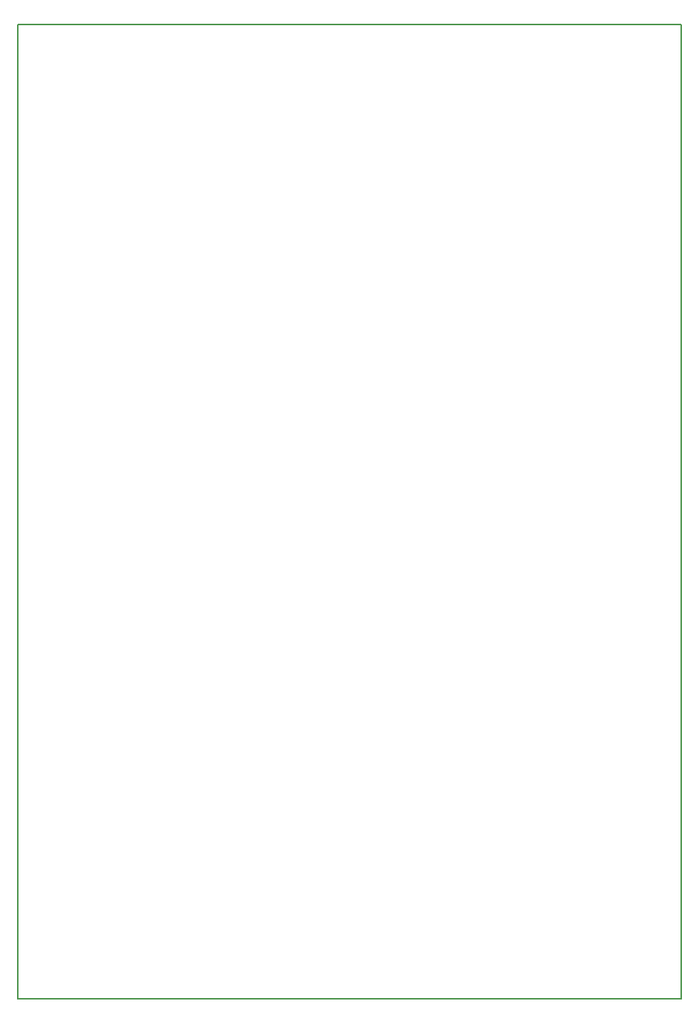
<source format=gm1>
G04 #@! TF.GenerationSoftware,KiCad,Pcbnew,(6.0.10)*
G04 #@! TF.CreationDate,2023-04-03T10:33:17+03:00*
G04 #@! TF.ProjectId,testboard,74657374-626f-4617-9264-2e6b69636164,rev?*
G04 #@! TF.SameCoordinates,Original*
G04 #@! TF.FileFunction,Profile,NP*
%FSLAX46Y46*%
G04 Gerber Fmt 4.6, Leading zero omitted, Abs format (unit mm)*
G04 Created by KiCad (PCBNEW (6.0.10)) date 2023-04-03 10:33:17*
%MOMM*%
%LPD*%
G01*
G04 APERTURE LIST*
G04 #@! TA.AperFunction,Profile*
%ADD10C,0.200000*%
G04 #@! TD*
G04 APERTURE END LIST*
D10*
X115951000Y-34290000D02*
X191770000Y-34290000D01*
X191770000Y-34290000D02*
X191770000Y-145415000D01*
X191770000Y-145415000D02*
X115951000Y-145415000D01*
X115951000Y-145415000D02*
X115951000Y-34290000D01*
M02*

</source>
